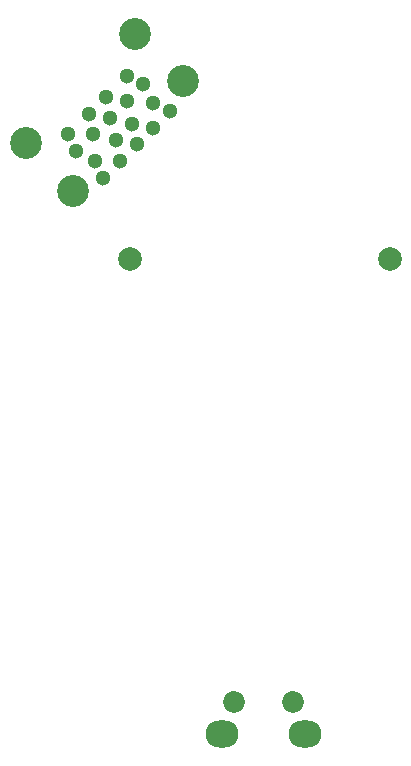
<source format=gbs>
%FSLAX34Y34*%
G04 Gerber Fmt 3.4, Leading zero omitted, Abs format*
G04 (created by PCBNEW (2014-03-19 BZR 4756)-product) date Sat 09 Aug 2014 12:53:28 PM PDT*
%MOIN*%
G01*
G70*
G90*
G04 APERTURE LIST*
%ADD10C,0.005906*%
%ADD11O,0.110236X0.090551*%
%ADD12C,0.072835*%
%ADD13C,0.078740*%
%ADD14C,0.051181*%
%ADD15C,0.106299*%
G04 APERTURE END LIST*
G54D10*
G54D11*
X59968Y-58267D03*
X57212Y-58267D03*
G54D12*
X57606Y-57204D03*
X59574Y-57204D03*
G54D13*
X54133Y-42421D03*
X62795Y-42421D03*
G54D14*
X53243Y-39722D03*
X53800Y-39165D03*
X54357Y-38609D03*
X54913Y-38052D03*
X55470Y-37495D03*
X54913Y-37217D03*
X54218Y-37913D03*
X53661Y-38469D03*
X52965Y-39165D03*
G54D15*
X54321Y-34914D03*
X50663Y-38572D03*
X52244Y-40154D03*
X55902Y-36496D03*
G54D14*
X52074Y-38275D03*
X52770Y-37579D03*
X53327Y-37022D03*
X54023Y-36326D03*
X54579Y-36604D03*
X54023Y-37161D03*
X53466Y-37718D03*
X52909Y-38275D03*
X52352Y-38831D03*
M02*

</source>
